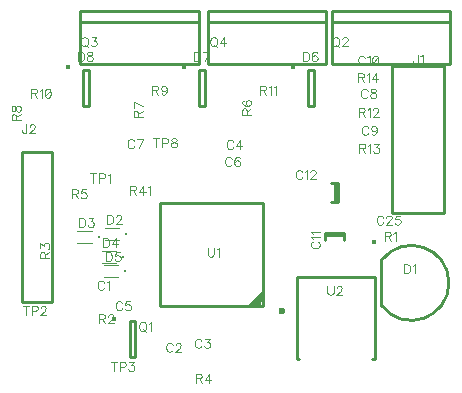
<source format=gbr>
G04 DipTrace 2.4.0.2*
%INTopSilk.gbr*%
%MOIN*%
%ADD10C,0.0098*%
%ADD22C,0.0039*%
%ADD23C,0.0079*%
%ADD25C,0.0154*%
%ADD35C,0.0236*%
%ADD81C,0.0046*%
%FSLAX44Y44*%
G04*
G70*
G90*
G75*
G01*
%LNTopSilk*%
%LPD*%
X14377Y9161D2*
D10*
X15006D1*
X14377Y9235D2*
X15006D1*
X14377D2*
Y8999D1*
X15006Y9235D2*
Y8999D1*
X14715Y10902D2*
Y10273D1*
X14789Y10902D2*
Y10273D1*
Y10902D2*
X14554D1*
X14789Y10273D2*
X14554D1*
X16250Y6813D2*
Y8311D1*
X16252Y6810D2*
G03X16252Y8314I998J752D01*
G01*
X7515Y8999D2*
D22*
X7042D1*
X7515Y9392D2*
X7042D1*
D23*
X7751Y9195D3*
X6586Y8895D2*
D22*
X6113D1*
X6586Y9289D2*
X6113D1*
D23*
X6822Y9092D3*
X7395Y8227D2*
D22*
X6923D1*
X7395Y8621D2*
X6923D1*
D23*
X7631Y8424D3*
X7479Y7757D2*
D22*
X7006D1*
X7479Y8151D2*
X7006D1*
D23*
X7715Y7954D3*
D25*
X13290Y14745D3*
X13791Y14653D2*
D10*
Y13472D1*
X13988D1*
Y14653D1*
X13791D1*
D25*
X9665Y14745D3*
X10166Y14653D2*
D10*
Y13472D1*
X10363D1*
Y14653D1*
X10166D1*
D25*
X5790Y14745D3*
X6291Y14653D2*
D10*
Y13472D1*
X6488D1*
Y14653D1*
X6291D1*
X16600Y9908D2*
X18332D1*
Y14790D1*
X16600D1*
Y9908D1*
X4266Y6915D2*
X5266D1*
Y11915D1*
X4266D1*
Y6915D1*
D25*
X7352Y6370D3*
X7854Y6278D2*
D10*
Y5097D1*
X8051D1*
Y6278D1*
X7854D1*
X14594Y16625D2*
X18531D1*
Y14853D1*
X14594D1*
Y16625D1*
Y16271D2*
X18531D1*
X6219Y16625D2*
X10156D1*
Y14853D1*
X6219D1*
Y16625D1*
Y16271D2*
X10156D1*
X10469Y16625D2*
X14406D1*
Y14853D1*
X10469D1*
Y16625D1*
Y16271D2*
X14406D1*
X12296Y6803D2*
X8871D1*
Y10228D1*
X12296D1*
Y6803D1*
D35*
X12946Y6626D3*
G36*
X12288Y6819D2*
X11915Y6827D1*
X12288Y6819D1*
G37*
G36*
X12237Y6784D2*
X11765D1*
X12316Y7334D1*
X12237Y6784D1*
G37*
X16028Y7773D2*
D10*
X13429D1*
X16028Y5018D2*
Y7773D1*
Y5018D2*
X15949D1*
X13429D2*
Y7773D1*
Y5018D2*
X13508D1*
D25*
X16018Y8923D3*
X7003Y7564D2*
D81*
X6988Y7593D1*
X6960Y7621D1*
X6931Y7636D1*
X6874D1*
X6845Y7621D1*
X6816Y7593D1*
X6802Y7564D1*
X6787Y7521D1*
Y7449D1*
X6802Y7406D1*
X6816Y7377D1*
X6845Y7349D1*
X6874Y7334D1*
X6931D1*
X6960Y7349D1*
X6988Y7377D1*
X7003Y7406D1*
X7095Y7578D2*
X7124Y7593D1*
X7167Y7635D1*
Y7334D1*
X9287Y5491D2*
X9273Y5519D1*
X9244Y5548D1*
X9216Y5563D1*
X9158D1*
X9129Y5548D1*
X9101Y5519D1*
X9086Y5491D1*
X9072Y5448D1*
Y5376D1*
X9086Y5333D1*
X9101Y5304D1*
X9129Y5276D1*
X9158Y5261D1*
X9216D1*
X9244Y5276D1*
X9273Y5304D1*
X9287Y5333D1*
X9394Y5491D2*
Y5505D1*
X9409Y5534D1*
X9423Y5548D1*
X9452Y5562D1*
X9509D1*
X9538Y5548D1*
X9552Y5534D1*
X9567Y5505D1*
Y5476D1*
X9552Y5447D1*
X9523Y5405D1*
X9380Y5261D1*
X9581D1*
X10251Y5627D2*
X10236Y5655D1*
X10208Y5684D1*
X10179Y5698D1*
X10122D1*
X10093Y5684D1*
X10064Y5655D1*
X10050Y5627D1*
X10035Y5583D1*
Y5511D1*
X10050Y5469D1*
X10064Y5440D1*
X10093Y5411D1*
X10122Y5397D1*
X10179D1*
X10208Y5411D1*
X10236Y5440D1*
X10251Y5469D1*
X10372Y5698D2*
X10530D1*
X10444Y5583D1*
X10487D1*
X10515Y5569D1*
X10530Y5555D1*
X10544Y5511D1*
Y5483D1*
X10530Y5440D1*
X10501Y5411D1*
X10458Y5397D1*
X10415D1*
X10372Y5411D1*
X10358Y5426D1*
X10343Y5454D1*
X11306Y12252D2*
X11292Y12280D1*
X11263Y12309D1*
X11234Y12323D1*
X11177D1*
X11148Y12309D1*
X11120Y12280D1*
X11105Y12252D1*
X11091Y12208D1*
Y12136D1*
X11105Y12094D1*
X11120Y12065D1*
X11148Y12036D1*
X11177Y12022D1*
X11234D1*
X11263Y12036D1*
X11292Y12065D1*
X11306Y12094D1*
X11542Y12022D2*
Y12323D1*
X11399Y12122D1*
X11614D1*
X7607Y6877D2*
X7593Y6905D1*
X7564Y6934D1*
X7536Y6948D1*
X7478D1*
X7450Y6934D1*
X7421Y6905D1*
X7407Y6877D1*
X7392Y6833D1*
Y6761D1*
X7407Y6719D1*
X7421Y6690D1*
X7450Y6661D1*
X7478Y6647D1*
X7536D1*
X7564Y6661D1*
X7593Y6690D1*
X7607Y6719D1*
X7872Y6948D2*
X7729D1*
X7715Y6819D1*
X7729Y6833D1*
X7772Y6848D1*
X7815D1*
X7858Y6833D1*
X7887Y6805D1*
X7901Y6761D1*
Y6733D1*
X7887Y6690D1*
X7858Y6661D1*
X7815Y6647D1*
X7772D1*
X7729Y6661D1*
X7715Y6676D1*
X7700Y6704D1*
X11258Y11689D2*
X11244Y11718D1*
X11215Y11746D1*
X11186Y11761D1*
X11129D1*
X11100Y11746D1*
X11072Y11718D1*
X11057Y11689D1*
X11043Y11646D1*
Y11574D1*
X11057Y11531D1*
X11072Y11502D1*
X11100Y11474D1*
X11129Y11459D1*
X11186D1*
X11215Y11474D1*
X11244Y11502D1*
X11258Y11531D1*
X11523Y11718D2*
X11508Y11746D1*
X11465Y11760D1*
X11437D1*
X11394Y11746D1*
X11365Y11703D1*
X11351Y11631D1*
Y11560D1*
X11365Y11502D1*
X11394Y11474D1*
X11437Y11459D1*
X11451D1*
X11494Y11474D1*
X11523Y11502D1*
X11537Y11545D1*
Y11560D1*
X11523Y11603D1*
X11494Y11631D1*
X11451Y11646D1*
X11437D1*
X11394Y11631D1*
X11365Y11603D1*
X11351Y11560D1*
X8005Y12281D2*
X7991Y12309D1*
X7962Y12338D1*
X7933Y12352D1*
X7876D1*
X7847Y12338D1*
X7818Y12309D1*
X7804Y12281D1*
X7790Y12238D1*
Y12166D1*
X7804Y12123D1*
X7818Y12094D1*
X7847Y12066D1*
X7876Y12051D1*
X7933D1*
X7962Y12066D1*
X7991Y12094D1*
X8005Y12123D1*
X8155Y12051D2*
X8298Y12352D1*
X8097D1*
X15786Y13958D2*
X15772Y13986D1*
X15743Y14015D1*
X15715Y14029D1*
X15657D1*
X15629Y14015D1*
X15600Y13986D1*
X15585Y13958D1*
X15571Y13914D1*
Y13842D1*
X15585Y13800D1*
X15600Y13771D1*
X15629Y13742D1*
X15657Y13728D1*
X15715D1*
X15743Y13742D1*
X15772Y13771D1*
X15786Y13800D1*
X15951Y14029D2*
X15908Y14015D1*
X15893Y13986D1*
Y13957D1*
X15908Y13929D1*
X15936Y13914D1*
X15994Y13900D1*
X16037Y13886D1*
X16065Y13857D1*
X16080Y13828D1*
Y13785D1*
X16065Y13757D1*
X16051Y13742D1*
X16008Y13728D1*
X15951D1*
X15908Y13742D1*
X15893Y13757D1*
X15879Y13785D1*
Y13828D1*
X15893Y13857D1*
X15922Y13886D1*
X15965Y13900D1*
X16022Y13914D1*
X16051Y13929D1*
X16065Y13957D1*
Y13986D1*
X16051Y14015D1*
X16008Y14029D1*
X15951D1*
X15814Y12725D2*
X15800Y12754D1*
X15771Y12783D1*
X15743Y12797D1*
X15685D1*
X15657Y12783D1*
X15628Y12754D1*
X15613Y12725D1*
X15599Y12682D1*
Y12610D1*
X15613Y12568D1*
X15628Y12539D1*
X15657Y12510D1*
X15685Y12496D1*
X15743D1*
X15771Y12510D1*
X15800Y12539D1*
X15814Y12568D1*
X16094Y12697D2*
X16079Y12653D1*
X16051Y12625D1*
X16007Y12610D1*
X15993D1*
X15950Y12625D1*
X15922Y12653D1*
X15907Y12697D1*
Y12711D1*
X15922Y12754D1*
X15950Y12782D1*
X15993Y12797D1*
X16007D1*
X16051Y12782D1*
X16079Y12754D1*
X16094Y12697D1*
Y12625D1*
X16079Y12553D1*
X16051Y12510D1*
X16007Y12496D1*
X15979D1*
X15936Y12510D1*
X15922Y12539D1*
X15689Y15070D2*
X15674Y15099D1*
X15645Y15128D1*
X15617Y15142D1*
X15560D1*
X15531Y15128D1*
X15502Y15099D1*
X15488Y15070D1*
X15473Y15027D1*
Y14955D1*
X15488Y14912D1*
X15502Y14883D1*
X15531Y14855D1*
X15560Y14840D1*
X15617D1*
X15645Y14855D1*
X15674Y14883D1*
X15689Y14912D1*
X15781Y15084D2*
X15810Y15099D1*
X15853Y15141D1*
Y14840D1*
X16032Y15141D2*
X15989Y15127D1*
X15960Y15084D1*
X15946Y15012D1*
Y14969D1*
X15960Y14898D1*
X15989Y14855D1*
X16032Y14840D1*
X16060D1*
X16104Y14855D1*
X16132Y14898D1*
X16147Y14969D1*
Y15012D1*
X16132Y15084D1*
X16104Y15127D1*
X16060Y15141D1*
X16032D1*
X16132Y15084D2*
X15960Y14898D1*
X13969Y8935D2*
X13941Y8921D1*
X13912Y8892D1*
X13898Y8864D1*
Y8806D1*
X13912Y8777D1*
X13941Y8749D1*
X13969Y8734D1*
X14012Y8720D1*
X14084D1*
X14127Y8734D1*
X14156Y8749D1*
X14184Y8777D1*
X14199Y8806D1*
Y8864D1*
X14184Y8892D1*
X14156Y8921D1*
X14127Y8935D1*
X13955Y9028D2*
X13941Y9057D1*
X13898Y9100D1*
X14199D1*
X13955Y9192D2*
X13941Y9221D1*
X13898Y9264D1*
X14199D1*
X13612Y11247D2*
X13598Y11276D1*
X13569Y11304D1*
X13541Y11319D1*
X13483D1*
X13455Y11304D1*
X13426Y11276D1*
X13412Y11247D1*
X13397Y11204D1*
Y11132D1*
X13412Y11089D1*
X13426Y11060D1*
X13455Y11032D1*
X13483Y11017D1*
X13541D1*
X13569Y11032D1*
X13598Y11060D1*
X13612Y11089D1*
X13705Y11261D2*
X13734Y11276D1*
X13777Y11318D1*
Y11017D1*
X13884Y11247D2*
Y11261D1*
X13899Y11290D1*
X13913Y11304D1*
X13942Y11318D1*
X13999D1*
X14028Y11304D1*
X14042Y11290D1*
X14056Y11261D1*
Y11232D1*
X14042Y11204D1*
X14013Y11161D1*
X13870Y11017D1*
X14071D1*
X16307Y9737D2*
X16292Y9765D1*
X16264Y9794D1*
X16235Y9808D1*
X16178D1*
X16149Y9794D1*
X16120Y9765D1*
X16106Y9737D1*
X16091Y9693D1*
Y9621D1*
X16106Y9579D1*
X16120Y9550D1*
X16149Y9521D1*
X16178Y9507D1*
X16235D1*
X16264Y9521D1*
X16292Y9550D1*
X16307Y9579D1*
X16414Y9736D2*
Y9750D1*
X16428Y9779D1*
X16442Y9794D1*
X16471Y9808D1*
X16529D1*
X16557Y9794D1*
X16571Y9779D1*
X16586Y9750D1*
Y9722D1*
X16571Y9693D1*
X16543Y9650D1*
X16399Y9507D1*
X16600D1*
X16865Y9808D2*
X16722D1*
X16707Y9679D1*
X16722Y9693D1*
X16765Y9708D1*
X16808D1*
X16851Y9693D1*
X16880Y9665D1*
X16894Y9621D1*
Y9593D1*
X16880Y9550D1*
X16851Y9521D1*
X16808Y9507D1*
X16765D1*
X16722Y9521D1*
X16707Y9536D1*
X16693Y9564D1*
X17004Y8189D2*
Y7887D1*
X17105D1*
X17148Y7902D1*
X17177Y7930D1*
X17191Y7959D1*
X17205Y8002D1*
Y8074D1*
X17191Y8117D1*
X17177Y8146D1*
X17148Y8174D1*
X17105Y8189D1*
X17004D1*
X17298Y8131D2*
X17327Y8146D1*
X17370Y8188D1*
Y7887D1*
X7100Y9832D2*
Y9530D1*
X7201D1*
X7244Y9545D1*
X7273Y9573D1*
X7287Y9602D1*
X7301Y9645D1*
Y9717D1*
X7287Y9760D1*
X7273Y9789D1*
X7244Y9817D1*
X7201Y9832D1*
X7100D1*
X7408Y9760D2*
Y9774D1*
X7423Y9803D1*
X7437Y9817D1*
X7466Y9831D1*
X7523D1*
X7552Y9817D1*
X7566Y9803D1*
X7581Y9774D1*
Y9745D1*
X7566Y9717D1*
X7537Y9674D1*
X7394Y9530D1*
X7595D1*
X6171Y9728D2*
Y9427D1*
X6272D1*
X6315Y9442D1*
X6344Y9470D1*
X6358Y9499D1*
X6372Y9542D1*
Y9614D1*
X6358Y9657D1*
X6344Y9685D1*
X6315Y9714D1*
X6272Y9728D1*
X6171D1*
X6494D2*
X6651D1*
X6565Y9613D1*
X6608D1*
X6637Y9599D1*
X6651Y9585D1*
X6666Y9542D1*
Y9513D1*
X6651Y9470D1*
X6623Y9441D1*
X6579Y9427D1*
X6536D1*
X6494Y9441D1*
X6479Y9456D1*
X6465Y9484D1*
X6973Y9061D2*
Y8759D1*
X7074D1*
X7117Y8774D1*
X7146Y8802D1*
X7160Y8831D1*
X7174Y8874D1*
Y8946D1*
X7160Y8989D1*
X7146Y9017D1*
X7117Y9046D1*
X7074Y9061D1*
X6973D1*
X7410Y8759D2*
Y9060D1*
X7267Y8860D1*
X7482D1*
X7064Y8590D2*
Y8288D1*
X7164D1*
X7207Y8303D1*
X7236Y8332D1*
X7251Y8360D1*
X7265Y8403D1*
Y8475D1*
X7251Y8518D1*
X7236Y8547D1*
X7207Y8576D1*
X7164Y8590D1*
X7064D1*
X7530D2*
X7386D1*
X7372Y8461D1*
X7386Y8475D1*
X7429Y8489D1*
X7472D1*
X7515Y8475D1*
X7544Y8446D1*
X7558Y8403D1*
Y8375D1*
X7544Y8332D1*
X7515Y8303D1*
X7472Y8288D1*
X7429D1*
X7386Y8303D1*
X7372Y8317D1*
X7358Y8346D1*
X13641Y15262D2*
Y14960D1*
X13742D1*
X13785Y14975D1*
X13813Y15004D1*
X13828Y15032D1*
X13842Y15075D1*
Y15147D1*
X13828Y15190D1*
X13813Y15219D1*
X13785Y15248D1*
X13742Y15262D1*
X13641D1*
X14107Y15219D2*
X14092Y15247D1*
X14049Y15262D1*
X14021D1*
X13978Y15247D1*
X13949Y15204D1*
X13935Y15133D1*
Y15061D1*
X13949Y15004D1*
X13978Y14975D1*
X14021Y14960D1*
X14035D1*
X14078Y14975D1*
X14107Y15004D1*
X14121Y15047D1*
Y15061D1*
X14107Y15104D1*
X14078Y15133D1*
X14035Y15147D1*
X14021D1*
X13978Y15133D1*
X13949Y15104D1*
X13935Y15061D1*
X10009Y15262D2*
Y14960D1*
X10109D1*
X10152Y14975D1*
X10181Y15004D1*
X10195Y15032D1*
X10210Y15075D1*
Y15147D1*
X10195Y15190D1*
X10181Y15219D1*
X10152Y15248D1*
X10109Y15262D1*
X10009D1*
X10360Y14960D2*
X10503Y15262D1*
X10302D1*
X6134D2*
Y14960D1*
X6234D1*
X6277Y14975D1*
X6306Y15004D1*
X6321Y15032D1*
X6335Y15075D1*
Y15147D1*
X6321Y15190D1*
X6306Y15219D1*
X6277Y15248D1*
X6234Y15262D1*
X6134D1*
X6499D2*
X6456Y15247D1*
X6442Y15219D1*
Y15190D1*
X6456Y15161D1*
X6485Y15147D1*
X6542Y15133D1*
X6585Y15118D1*
X6614Y15089D1*
X6628Y15061D1*
Y15018D1*
X6614Y14989D1*
X6600Y14975D1*
X6556Y14960D1*
X6499D1*
X6456Y14975D1*
X6442Y14989D1*
X6427Y15018D1*
Y15061D1*
X6442Y15089D1*
X6471Y15118D1*
X6513Y15133D1*
X6571Y15147D1*
X6600Y15161D1*
X6614Y15190D1*
Y15219D1*
X6600Y15247D1*
X6556Y15262D1*
X6499D1*
X17456Y15167D2*
Y14937D1*
X17442Y14894D1*
X17427Y14880D1*
X17398Y14865D1*
X17370D1*
X17341Y14880D1*
X17327Y14894D1*
X17312Y14937D1*
Y14966D1*
X17548Y15109D2*
X17577Y15123D1*
X17620Y15166D1*
Y14865D1*
X4417Y12847D2*
Y12617D1*
X4403Y12574D1*
X4388Y12560D1*
X4359Y12545D1*
X4331D1*
X4302Y12560D1*
X4288Y12574D1*
X4273Y12617D1*
Y12646D1*
X4524Y12775D2*
Y12789D1*
X4538Y12818D1*
X4553Y12832D1*
X4581Y12846D1*
X4639D1*
X4667Y12832D1*
X4682Y12818D1*
X4696Y12789D1*
Y12760D1*
X4682Y12732D1*
X4653Y12689D1*
X4509Y12545D1*
X4710D1*
X8270Y6262D2*
X8241Y6248D1*
X8213Y6219D1*
X8198Y6190D1*
X8184Y6147D1*
Y6075D1*
X8198Y6032D1*
X8213Y6004D1*
X8241Y5975D1*
X8270Y5961D1*
X8327D1*
X8356Y5975D1*
X8385Y6004D1*
X8399Y6032D1*
X8414Y6075D1*
Y6147D1*
X8399Y6190D1*
X8385Y6219D1*
X8356Y6248D1*
X8327Y6262D1*
X8270D1*
X8313Y6018D2*
X8399Y5932D1*
X8506Y6204D2*
X8535Y6219D1*
X8578Y6262D1*
Y5960D1*
X14699Y15752D2*
X14671Y15738D1*
X14642Y15709D1*
X14627Y15680D1*
X14613Y15637D1*
Y15565D1*
X14627Y15522D1*
X14642Y15494D1*
X14671Y15465D1*
X14699Y15451D1*
X14756D1*
X14785Y15465D1*
X14814Y15494D1*
X14828Y15522D1*
X14843Y15565D1*
Y15637D1*
X14828Y15680D1*
X14814Y15709D1*
X14785Y15738D1*
X14756Y15752D1*
X14699D1*
X14742Y15508D2*
X14828Y15422D1*
X14950Y15680D2*
Y15694D1*
X14964Y15723D1*
X14978Y15737D1*
X15007Y15752D1*
X15065D1*
X15093Y15737D1*
X15107Y15723D1*
X15122Y15694D1*
Y15666D1*
X15107Y15637D1*
X15079Y15594D1*
X14935Y15450D1*
X15136D1*
X6324Y15752D2*
X6296Y15738D1*
X6267Y15709D1*
X6252Y15680D1*
X6238Y15637D1*
Y15565D1*
X6252Y15522D1*
X6267Y15494D1*
X6296Y15465D1*
X6324Y15451D1*
X6381D1*
X6410Y15465D1*
X6439Y15494D1*
X6453Y15522D1*
X6468Y15565D1*
Y15637D1*
X6453Y15680D1*
X6439Y15709D1*
X6410Y15738D1*
X6381Y15752D1*
X6324D1*
X6367Y15508D2*
X6453Y15422D1*
X6589Y15752D2*
X6747D1*
X6661Y15637D1*
X6704D1*
X6732Y15623D1*
X6747Y15608D1*
X6761Y15565D1*
Y15537D1*
X6747Y15494D1*
X6718Y15465D1*
X6675Y15450D1*
X6632D1*
X6589Y15465D1*
X6575Y15479D1*
X6560Y15508D1*
X10629Y15752D2*
X10601Y15738D1*
X10572Y15709D1*
X10558Y15680D1*
X10543Y15637D1*
Y15565D1*
X10558Y15522D1*
X10572Y15494D1*
X10601Y15465D1*
X10629Y15451D1*
X10687D1*
X10716Y15465D1*
X10744Y15494D1*
X10758Y15522D1*
X10773Y15565D1*
Y15637D1*
X10758Y15680D1*
X10744Y15709D1*
X10716Y15738D1*
X10687Y15752D1*
X10629D1*
X10673Y15508D2*
X10758Y15422D1*
X11009Y15450D2*
Y15752D1*
X10866Y15551D1*
X11081D1*
X16357Y9117D2*
X16486D1*
X16529Y9132D1*
X16544Y9146D1*
X16558Y9174D1*
Y9203D1*
X16544Y9232D1*
X16529Y9246D1*
X16486Y9261D1*
X16357D1*
Y8959D1*
X16458Y9117D2*
X16558Y8959D1*
X16651Y9203D2*
X16680Y9218D1*
X16723Y9260D1*
Y8959D1*
X6837Y6367D2*
X6966D1*
X7009Y6382D1*
X7024Y6396D1*
X7038Y6424D1*
Y6453D1*
X7024Y6482D1*
X7009Y6496D1*
X6966Y6511D1*
X6837D1*
Y6209D1*
X6937Y6367D2*
X7038Y6209D1*
X7145Y6439D2*
Y6453D1*
X7159Y6482D1*
X7174Y6496D1*
X7202Y6510D1*
X7260D1*
X7288Y6496D1*
X7303Y6482D1*
X7317Y6453D1*
Y6424D1*
X7303Y6396D1*
X7274Y6353D1*
X7130Y6209D1*
X7331D1*
X5026Y8399D2*
Y8528D1*
X5012Y8571D1*
X4997Y8586D1*
X4969Y8600D1*
X4940D1*
X4911Y8586D1*
X4897Y8571D1*
X4883Y8528D1*
Y8399D1*
X5184D1*
X5026Y8500D2*
X5184Y8600D1*
X4883Y8722D2*
Y8879D1*
X4998Y8793D1*
Y8837D1*
X5012Y8865D1*
X5026Y8879D1*
X5069Y8894D1*
X5098D1*
X5141Y8879D1*
X5170Y8851D1*
X5184Y8808D1*
Y8765D1*
X5170Y8722D1*
X5155Y8708D1*
X5127Y8693D1*
X10063Y4385D2*
X10192D1*
X10235Y4399D1*
X10249Y4413D1*
X10264Y4442D1*
Y4471D1*
X10249Y4499D1*
X10235Y4514D1*
X10192Y4528D1*
X10063D1*
Y4227D1*
X10163Y4385D2*
X10264Y4227D1*
X10500D2*
Y4528D1*
X10356Y4327D1*
X10571D1*
X5938Y10535D2*
X6067D1*
X6110Y10549D1*
X6124Y10564D1*
X6139Y10592D1*
Y10621D1*
X6124Y10649D1*
X6110Y10664D1*
X6067Y10678D1*
X5938D1*
Y10377D1*
X6038Y10535D2*
X6139Y10377D1*
X6403Y10678D2*
X6260D1*
X6246Y10549D1*
X6260Y10563D1*
X6303Y10578D1*
X6346D1*
X6389Y10563D1*
X6418Y10535D1*
X6432Y10492D1*
Y10463D1*
X6418Y10420D1*
X6389Y10391D1*
X6346Y10377D1*
X6303D1*
X6260Y10391D1*
X6246Y10406D1*
X6231Y10434D1*
X11757Y13175D2*
Y13304D1*
X11742Y13347D1*
X11728Y13362D1*
X11700Y13376D1*
X11671D1*
X11642Y13362D1*
X11628Y13347D1*
X11613Y13304D1*
Y13175D1*
X11915D1*
X11757Y13275D2*
X11915Y13376D1*
X11656Y13641D2*
X11628Y13626D1*
X11614Y13583D1*
Y13555D1*
X11628Y13512D1*
X11671Y13483D1*
X11743Y13468D1*
X11814D1*
X11872Y13483D1*
X11901Y13512D1*
X11915Y13555D1*
Y13569D1*
X11901Y13612D1*
X11872Y13641D1*
X11829Y13655D1*
X11814D1*
X11771Y13641D1*
X11743Y13612D1*
X11728Y13569D1*
Y13555D1*
X11743Y13512D1*
X11771Y13483D1*
X11814Y13468D1*
X8132Y13105D2*
Y13234D1*
X8117Y13277D1*
X8103Y13292D1*
X8075Y13306D1*
X8046D1*
X8017Y13292D1*
X8003Y13277D1*
X7988Y13234D1*
Y13105D1*
X8290D1*
X8132Y13206D2*
X8290Y13306D1*
Y13456D2*
X7989Y13600D1*
Y13399D1*
X4069Y12980D2*
Y13109D1*
X4055Y13152D1*
X4041Y13167D1*
X4012Y13181D1*
X3983D1*
X3955Y13167D1*
X3940Y13152D1*
X3926Y13109D1*
Y12980D1*
X4227D1*
X4069Y13081D2*
X4227Y13181D1*
X3926Y13345D2*
X3940Y13303D1*
X3969Y13288D1*
X3998D1*
X4026Y13303D1*
X4041Y13331D1*
X4055Y13389D1*
X4069Y13432D1*
X4098Y13460D1*
X4127Y13474D1*
X4170D1*
X4198Y13460D1*
X4213Y13446D1*
X4227Y13403D1*
Y13345D1*
X4213Y13303D1*
X4198Y13288D1*
X4170Y13274D1*
X4127D1*
X4098Y13288D1*
X4069Y13317D1*
X4055Y13360D1*
X4041Y13417D1*
X4026Y13446D1*
X3998Y13460D1*
X3969D1*
X3940Y13446D1*
X3926Y13403D1*
Y13345D1*
X8612Y13992D2*
X8741D1*
X8784Y14007D1*
X8799Y14021D1*
X8813Y14049D1*
Y14078D1*
X8799Y14107D1*
X8784Y14121D1*
X8741Y14136D1*
X8612D1*
Y13834D1*
X8713Y13992D2*
X8813Y13834D1*
X9093Y14035D2*
X9078Y13992D1*
X9049Y13963D1*
X9006Y13949D1*
X8992D1*
X8949Y13963D1*
X8920Y13992D1*
X8906Y14035D1*
Y14049D1*
X8920Y14093D1*
X8949Y14121D1*
X8992Y14135D1*
X9006D1*
X9049Y14121D1*
X9078Y14093D1*
X9093Y14035D1*
Y13963D1*
X9078Y13892D1*
X9049Y13849D1*
X9006Y13834D1*
X8978D1*
X8935Y13849D1*
X8920Y13877D1*
X4571Y13887D2*
X4700D1*
X4743Y13902D1*
X4758Y13916D1*
X4772Y13944D1*
Y13973D1*
X4758Y14002D1*
X4743Y14016D1*
X4700Y14031D1*
X4571D1*
Y13729D1*
X4672Y13887D2*
X4772Y13729D1*
X4865Y13973D2*
X4894Y13987D1*
X4937Y14030D1*
Y13729D1*
X5116Y14030D2*
X5072Y14016D1*
X5044Y13973D1*
X5029Y13901D1*
Y13858D1*
X5044Y13787D1*
X5072Y13743D1*
X5116Y13729D1*
X5144D1*
X5187Y13743D1*
X5216Y13787D1*
X5230Y13858D1*
Y13901D1*
X5216Y13973D1*
X5187Y14016D1*
X5144Y14030D1*
X5116D1*
X5216Y13973D2*
X5044Y13787D1*
X12212Y13992D2*
X12341D1*
X12384Y14007D1*
X12399Y14021D1*
X12413Y14049D1*
Y14078D1*
X12399Y14107D1*
X12384Y14121D1*
X12341Y14136D1*
X12212D1*
Y13834D1*
X12313Y13992D2*
X12413Y13834D1*
X12506Y14078D2*
X12535Y14093D1*
X12578Y14135D1*
Y13834D1*
X12670Y14078D2*
X12699Y14093D1*
X12742Y14135D1*
Y13834D1*
X15496Y13255D2*
X15625D1*
X15668Y13270D1*
X15682Y13284D1*
X15697Y13312D1*
Y13341D1*
X15682Y13370D1*
X15668Y13384D1*
X15625Y13399D1*
X15496D1*
Y13097D1*
X15596Y13255D2*
X15697Y13097D1*
X15789Y13341D2*
X15818Y13356D1*
X15861Y13398D1*
Y13097D1*
X15968Y13327D2*
Y13341D1*
X15983Y13370D1*
X15997Y13384D1*
X16026Y13398D1*
X16083D1*
X16112Y13384D1*
X16126Y13370D1*
X16141Y13341D1*
Y13312D1*
X16126Y13284D1*
X16097Y13241D1*
X15954Y13097D1*
X16155D1*
X15517Y12049D2*
X15646D1*
X15689Y12064D1*
X15704Y12078D1*
X15718Y12106D1*
Y12135D1*
X15704Y12164D1*
X15689Y12178D1*
X15646Y12193D1*
X15517D1*
Y11891D1*
X15617Y12049D2*
X15718Y11891D1*
X15810Y12135D2*
X15839Y12149D1*
X15882Y12192D1*
Y11891D1*
X16004Y12192D2*
X16161D1*
X16076Y12078D1*
X16119D1*
X16147Y12063D1*
X16161Y12049D1*
X16176Y12006D1*
Y11977D1*
X16161Y11934D1*
X16133Y11905D1*
X16090Y11891D1*
X16047D1*
X16004Y11905D1*
X15990Y11920D1*
X15975Y11949D1*
X15473Y14413D2*
X15602D1*
X15645Y14428D1*
X15660Y14442D1*
X15674Y14470D1*
Y14499D1*
X15660Y14528D1*
X15645Y14542D1*
X15602Y14557D1*
X15473D1*
Y14255D1*
X15574Y14413D2*
X15674Y14255D1*
X15767Y14499D2*
X15796Y14513D1*
X15839Y14556D1*
Y14255D1*
X16075D2*
Y14556D1*
X15931Y14356D1*
X16147D1*
X7877Y10657D2*
X8006D1*
X8049Y10672D1*
X8064Y10686D1*
X8078Y10714D1*
Y10743D1*
X8064Y10772D1*
X8049Y10786D1*
X8006Y10801D1*
X7877D1*
Y10499D1*
X7978Y10657D2*
X8078Y10499D1*
X8314D2*
Y10800D1*
X8171Y10600D1*
X8386D1*
X8479Y10743D2*
X8507Y10758D1*
X8551Y10800D1*
Y10499D1*
X6648Y11209D2*
Y10907D1*
X6548Y11209D2*
X6749D1*
X6841Y11051D2*
X6971D1*
X7013Y11065D1*
X7028Y11080D1*
X7042Y11108D1*
Y11151D1*
X7028Y11180D1*
X7013Y11194D1*
X6971Y11209D1*
X6841D1*
Y10907D1*
X7135Y11151D2*
X7164Y11166D1*
X7207Y11208D1*
Y10907D1*
X4393Y6800D2*
Y6499D1*
X4293Y6800D2*
X4494D1*
X4587Y6642D2*
X4716D1*
X4759Y6656D1*
X4773Y6671D1*
X4787Y6700D1*
Y6743D1*
X4773Y6771D1*
X4759Y6786D1*
X4716Y6800D1*
X4587D1*
Y6499D1*
X4895Y6728D2*
Y6742D1*
X4909Y6771D1*
X4923Y6785D1*
X4952Y6800D1*
X5009D1*
X5038Y6785D1*
X5052Y6771D1*
X5067Y6742D1*
Y6714D1*
X5052Y6685D1*
X5024Y6642D1*
X4880Y6499D1*
X5081D1*
X7331Y4925D2*
Y4624D1*
X7230Y4925D2*
X7431D1*
X7524Y4767D2*
X7653D1*
X7696Y4781D1*
X7711Y4796D1*
X7725Y4825D1*
Y4868D1*
X7711Y4896D1*
X7696Y4911D1*
X7653Y4925D1*
X7524D1*
Y4624D1*
X7846Y4925D2*
X8004D1*
X7918Y4810D1*
X7961D1*
X7990Y4796D1*
X8004Y4781D1*
X8019Y4738D1*
Y4710D1*
X8004Y4667D1*
X7975Y4638D1*
X7932Y4624D1*
X7889D1*
X7846Y4638D1*
X7832Y4652D1*
X7818Y4681D1*
X8747Y12383D2*
Y12082D1*
X8647Y12383D2*
X8848D1*
X8940Y12225D2*
X9070D1*
X9112Y12240D1*
X9127Y12254D1*
X9141Y12283D1*
Y12326D1*
X9127Y12354D1*
X9112Y12369D1*
X9070Y12383D1*
X8940D1*
Y12082D1*
X9306Y12383D2*
X9263Y12369D1*
X9248Y12340D1*
Y12311D1*
X9263Y12283D1*
X9291Y12268D1*
X9349Y12254D1*
X9392Y12240D1*
X9420Y12211D1*
X9435Y12182D1*
Y12139D1*
X9420Y12111D1*
X9406Y12096D1*
X9363Y12082D1*
X9306D1*
X9263Y12096D1*
X9248Y12111D1*
X9234Y12139D1*
Y12182D1*
X9248Y12211D1*
X9277Y12240D1*
X9320Y12254D1*
X9377Y12268D1*
X9406Y12283D1*
X9420Y12311D1*
Y12340D1*
X9406Y12369D1*
X9363Y12383D1*
X9306D1*
X10463Y8741D2*
Y8526D1*
X10478Y8483D1*
X10507Y8454D1*
X10550Y8439D1*
X10578D1*
X10621Y8454D1*
X10650Y8483D1*
X10664Y8526D1*
Y8741D1*
X10757Y8683D2*
X10786Y8698D1*
X10829Y8741D1*
Y8439D1*
X14452Y7463D2*
Y7248D1*
X14467Y7205D1*
X14496Y7176D1*
X14539Y7162D1*
X14567D1*
X14610Y7176D1*
X14639Y7205D1*
X14653Y7248D1*
Y7463D1*
X14761Y7391D2*
Y7405D1*
X14775Y7434D1*
X14789Y7448D1*
X14818Y7463D1*
X14875D1*
X14904Y7448D1*
X14918Y7434D1*
X14933Y7405D1*
Y7377D1*
X14918Y7348D1*
X14890Y7305D1*
X14746Y7162D1*
X14947D1*
M02*

</source>
